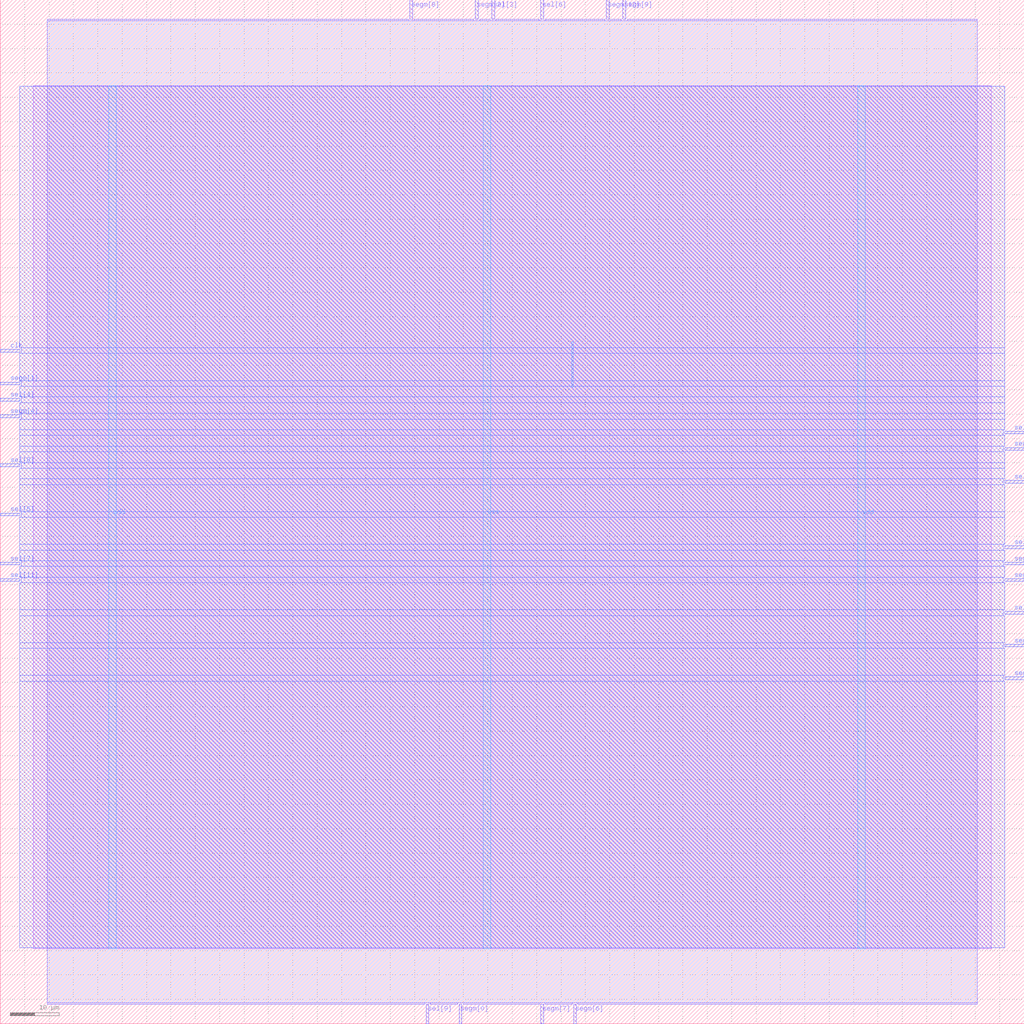
<source format=lef>
VERSION 5.7 ;
  NOWIREEXTENSIONATPIN ON ;
  DIVIDERCHAR "/" ;
  BUSBITCHARS "[]" ;
MACRO ita63
  CLASS BLOCK ;
  FOREIGN ita63 ;
  ORIGIN 0.000 0.000 ;
  SIZE 210.000 BY 210.000 ;
  PIN clk
    DIRECTION INPUT ;
    USE SIGNAL ;
    ANTENNAGATEAREA 4.738000 ;
    ANTENNADIFFAREA 0.410400 ;
    PORT
      LAYER Metal3 ;
        RECT 0.000 137.760 4.000 138.320 ;
    END
  END clk
  PIN segm[0]
    DIRECTION OUTPUT TRISTATE ;
    USE SIGNAL ;
    ANTENNADIFFAREA 0.360800 ;
    PORT
      LAYER Metal2 ;
        RECT 94.080 0.000 94.640 4.000 ;
    END
  END segm[0]
  PIN segm[10]
    DIRECTION OUTPUT TRISTATE ;
    USE SIGNAL ;
    ANTENNADIFFAREA 4.731200 ;
    PORT
      LAYER Metal3 ;
        RECT 206.000 77.280 210.000 77.840 ;
    END
  END segm[10]
  PIN segm[11]
    DIRECTION OUTPUT TRISTATE ;
    USE SIGNAL ;
    ANTENNADIFFAREA 4.731200 ;
    PORT
      LAYER Metal3 ;
        RECT 206.000 117.600 210.000 118.160 ;
    END
  END segm[11]
  PIN segm[12]
    DIRECTION OUTPUT TRISTATE ;
    USE SIGNAL ;
    ANTENNADIFFAREA 4.731200 ;
    PORT
      LAYER Metal2 ;
        RECT 124.320 206.000 124.880 210.000 ;
    END
  END segm[12]
  PIN segm[13]
    DIRECTION OUTPUT TRISTATE ;
    USE SIGNAL ;
    ANTENNADIFFAREA 4.731200 ;
    PORT
      LAYER Metal3 ;
        RECT 206.000 70.560 210.000 71.120 ;
    END
  END segm[13]
  PIN segm[1]
    DIRECTION OUTPUT TRISTATE ;
    USE SIGNAL ;
    ANTENNADIFFAREA 4.731200 ;
    PORT
      LAYER Metal3 ;
        RECT 0.000 131.040 4.000 131.600 ;
    END
  END segm[1]
  PIN segm[2]
    DIRECTION OUTPUT TRISTATE ;
    USE SIGNAL ;
    ANTENNADIFFAREA 4.731200 ;
    PORT
      LAYER Metal2 ;
        RECT 97.440 206.000 98.000 210.000 ;
    END
  END segm[2]
  PIN segm[3]
    DIRECTION OUTPUT TRISTATE ;
    USE SIGNAL ;
    ANTENNADIFFAREA 4.731200 ;
    PORT
      LAYER Metal3 ;
        RECT 206.000 90.720 210.000 91.280 ;
    END
  END segm[3]
  PIN segm[4]
    DIRECTION OUTPUT TRISTATE ;
    USE SIGNAL ;
    ANTENNADIFFAREA 4.731200 ;
    PORT
      LAYER Metal3 ;
        RECT 0.000 124.320 4.000 124.880 ;
    END
  END segm[4]
  PIN segm[5]
    DIRECTION OUTPUT TRISTATE ;
    USE SIGNAL ;
    ANTENNADIFFAREA 4.731200 ;
    PORT
      LAYER Metal3 ;
        RECT 206.000 94.080 210.000 94.640 ;
    END
  END segm[5]
  PIN segm[6]
    DIRECTION OUTPUT TRISTATE ;
    USE SIGNAL ;
    ANTENNADIFFAREA 4.731200 ;
    PORT
      LAYER Metal2 ;
        RECT 117.600 0.000 118.160 4.000 ;
    END
  END segm[6]
  PIN segm[7]
    DIRECTION OUTPUT TRISTATE ;
    USE SIGNAL ;
    ANTENNADIFFAREA 4.731200 ;
    PORT
      LAYER Metal2 ;
        RECT 110.880 0.000 111.440 4.000 ;
    END
  END segm[7]
  PIN segm[8]
    DIRECTION OUTPUT TRISTATE ;
    USE SIGNAL ;
    ANTENNADIFFAREA 4.731200 ;
    PORT
      LAYER Metal2 ;
        RECT 84.000 206.000 84.560 210.000 ;
    END
  END segm[8]
  PIN segm[9]
    DIRECTION OUTPUT TRISTATE ;
    USE SIGNAL ;
    ANTENNADIFFAREA 4.731200 ;
    PORT
      LAYER Metal2 ;
        RECT 127.680 206.000 128.240 210.000 ;
    END
  END segm[9]
  PIN sel[0]
    DIRECTION OUTPUT TRISTATE ;
    USE SIGNAL ;
    ANTENNADIFFAREA 4.731200 ;
    PORT
      LAYER Metal3 ;
        RECT 206.000 120.960 210.000 121.520 ;
    END
  END sel[0]
  PIN sel[10]
    DIRECTION OUTPUT TRISTATE ;
    USE SIGNAL ;
    ANTENNADIFFAREA 4.731200 ;
    PORT
      LAYER Metal3 ;
        RECT 206.000 97.440 210.000 98.000 ;
    END
  END sel[10]
  PIN sel[11]
    DIRECTION OUTPUT TRISTATE ;
    USE SIGNAL ;
    ANTENNADIFFAREA 4.731200 ;
    PORT
      LAYER Metal3 ;
        RECT 0.000 90.720 4.000 91.280 ;
    END
  END sel[11]
  PIN sel[1]
    DIRECTION OUTPUT TRISTATE ;
    USE SIGNAL ;
    ANTENNADIFFAREA 4.731200 ;
    PORT
      LAYER Metal3 ;
        RECT 206.000 110.880 210.000 111.440 ;
    END
  END sel[1]
  PIN sel[2]
    DIRECTION OUTPUT TRISTATE ;
    USE SIGNAL ;
    ANTENNADIFFAREA 4.731200 ;
    PORT
      LAYER Metal3 ;
        RECT 206.000 84.000 210.000 84.560 ;
    END
  END sel[2]
  PIN sel[3]
    DIRECTION OUTPUT TRISTATE ;
    USE SIGNAL ;
    ANTENNADIFFAREA 4.731200 ;
    PORT
      LAYER Metal2 ;
        RECT 100.800 206.000 101.360 210.000 ;
    END
  END sel[3]
  PIN sel[4]
    DIRECTION OUTPUT TRISTATE ;
    USE SIGNAL ;
    ANTENNADIFFAREA 4.731200 ;
    PORT
      LAYER Metal3 ;
        RECT 0.000 127.680 4.000 128.240 ;
    END
  END sel[4]
  PIN sel[5]
    DIRECTION OUTPUT TRISTATE ;
    USE SIGNAL ;
    ANTENNADIFFAREA 4.731200 ;
    PORT
      LAYER Metal3 ;
        RECT 0.000 104.160 4.000 104.720 ;
    END
  END sel[5]
  PIN sel[6]
    DIRECTION OUTPUT TRISTATE ;
    USE SIGNAL ;
    ANTENNADIFFAREA 4.731200 ;
    PORT
      LAYER Metal2 ;
        RECT 110.880 206.000 111.440 210.000 ;
    END
  END sel[6]
  PIN sel[7]
    DIRECTION OUTPUT TRISTATE ;
    USE SIGNAL ;
    ANTENNADIFFAREA 4.731200 ;
    PORT
      LAYER Metal3 ;
        RECT 0.000 94.080 4.000 94.640 ;
    END
  END sel[7]
  PIN sel[8]
    DIRECTION OUTPUT TRISTATE ;
    USE SIGNAL ;
    ANTENNADIFFAREA 4.731200 ;
    PORT
      LAYER Metal3 ;
        RECT 0.000 114.240 4.000 114.800 ;
    END
  END sel[8]
  PIN sel[9]
    DIRECTION OUTPUT TRISTATE ;
    USE SIGNAL ;
    ANTENNADIFFAREA 4.731200 ;
    PORT
      LAYER Metal2 ;
        RECT 87.360 0.000 87.920 4.000 ;
    END
  END sel[9]
  PIN vdd
    DIRECTION INOUT ;
    USE POWER ;
    PORT
      LAYER Metal4 ;
        RECT 22.240 15.380 23.840 192.380 ;
    END
    PORT
      LAYER Metal4 ;
        RECT 175.840 15.380 177.440 192.380 ;
    END
  END vdd
  PIN vss
    DIRECTION INOUT ;
    USE GROUND ;
    PORT
      LAYER Metal4 ;
        RECT 99.040 15.380 100.640 192.380 ;
    END
  END vss
  OBS
      LAYER Metal1 ;
        RECT 6.720 15.380 203.280 192.380 ;
      LAYER Metal2 ;
        RECT 9.660 205.700 83.700 206.000 ;
        RECT 84.860 205.700 97.140 206.000 ;
        RECT 98.300 205.700 100.500 206.000 ;
        RECT 101.660 205.700 110.580 206.000 ;
        RECT 111.740 205.700 124.020 206.000 ;
        RECT 125.180 205.700 127.380 206.000 ;
        RECT 128.540 205.700 200.340 206.000 ;
        RECT 9.660 4.300 200.340 205.700 ;
        RECT 9.660 4.000 87.060 4.300 ;
        RECT 88.220 4.000 93.780 4.300 ;
        RECT 94.940 4.000 110.580 4.300 ;
        RECT 111.740 4.000 117.300 4.300 ;
        RECT 118.460 4.000 200.340 4.300 ;
      LAYER Metal3 ;
        RECT 4.000 138.620 206.000 192.220 ;
        RECT 4.300 137.460 206.000 138.620 ;
        RECT 4.000 131.900 206.000 137.460 ;
        RECT 4.300 130.740 206.000 131.900 ;
        RECT 4.000 128.540 206.000 130.740 ;
        RECT 4.300 127.380 206.000 128.540 ;
        RECT 4.000 125.180 206.000 127.380 ;
        RECT 4.300 124.020 206.000 125.180 ;
        RECT 4.000 121.820 206.000 124.020 ;
        RECT 4.000 120.660 205.700 121.820 ;
        RECT 4.000 118.460 206.000 120.660 ;
        RECT 4.000 117.300 205.700 118.460 ;
        RECT 4.000 115.100 206.000 117.300 ;
        RECT 4.300 113.940 206.000 115.100 ;
        RECT 4.000 111.740 206.000 113.940 ;
        RECT 4.000 110.580 205.700 111.740 ;
        RECT 4.000 105.020 206.000 110.580 ;
        RECT 4.300 103.860 206.000 105.020 ;
        RECT 4.000 98.300 206.000 103.860 ;
        RECT 4.000 97.140 205.700 98.300 ;
        RECT 4.000 94.940 206.000 97.140 ;
        RECT 4.300 93.780 205.700 94.940 ;
        RECT 4.000 91.580 206.000 93.780 ;
        RECT 4.300 90.420 205.700 91.580 ;
        RECT 4.000 84.860 206.000 90.420 ;
        RECT 4.000 83.700 205.700 84.860 ;
        RECT 4.000 78.140 206.000 83.700 ;
        RECT 4.000 76.980 205.700 78.140 ;
        RECT 4.000 71.420 206.000 76.980 ;
        RECT 4.000 70.260 205.700 71.420 ;
        RECT 4.000 15.540 206.000 70.260 ;
      LAYER Metal4 ;
        RECT 117.180 130.570 117.460 139.910 ;
  END
END ita63
END LIBRARY


</source>
